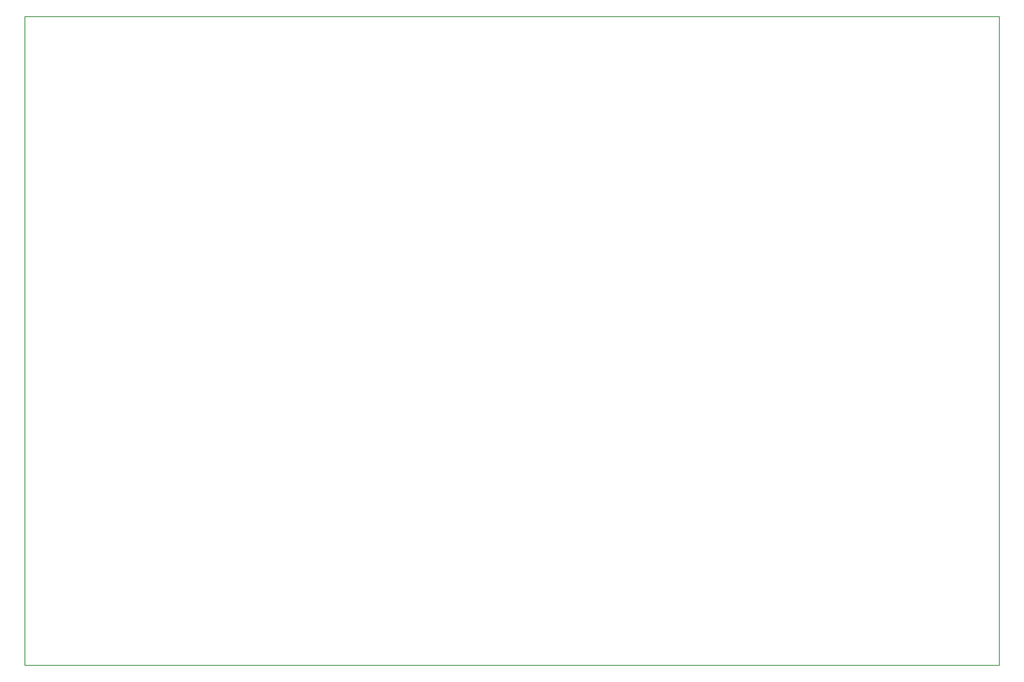
<source format=gbp>
G04*
G04 #@! TF.GenerationSoftware,Altium Limited,Altium Designer,20.0.13 (296)*
G04*
G04 Layer_Color=128*
%FSLAX44Y44*%
%MOMM*%
G71*
G01*
G75*
%ADD12C,0.2540*%
D12*
X3000000D02*
Y2000000D01*
X0D02*
X3000000D01*
X0Y0D02*
X3000000D01*
X0D02*
Y2000000D01*
M02*

</source>
